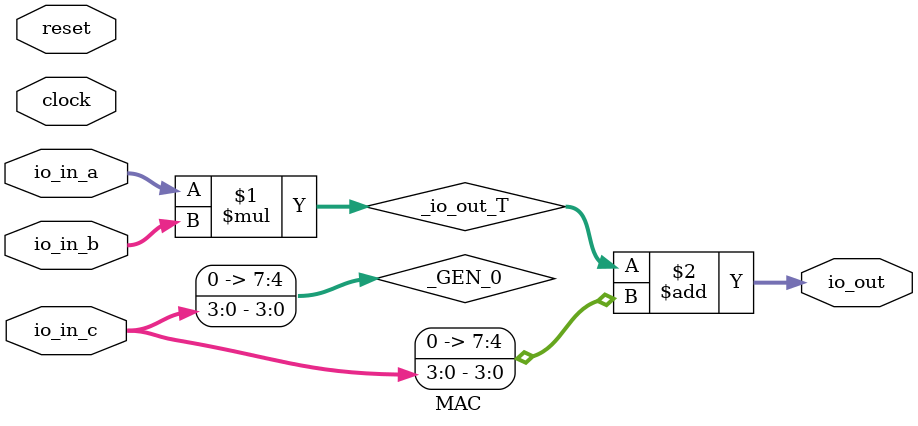
<source format=v>

module MAC(
  input        clock,
  input        reset,
  input  [3:0] io_in_a, // @[IdeaProjects/BootCamp/BC_module_example/src/main/scala/MAC.scala 5:14]
  input  [3:0] io_in_b, // @[IdeaProjects/BootCamp/BC_module_example/src/main/scala/MAC.scala 5:14]
  input  [3:0] io_in_c, // @[IdeaProjects/BootCamp/BC_module_example/src/main/scala/MAC.scala 5:14]
  output [7:0] io_out // @[IdeaProjects/BootCamp/BC_module_example/src/main/scala/MAC.scala 5:14]
);
  wire [7:0] _io_out_T = io_in_a * io_in_b; // @[IdeaProjects/BootCamp/BC_module_example/src/main/scala/MAC.scala 11:22]
  wire [7:0] _GEN_0 = {{4'd0}, io_in_c}; // @[IdeaProjects/BootCamp/BC_module_example/src/main/scala/MAC.scala 11:33]
  assign io_out = _io_out_T + _GEN_0; // @[IdeaProjects/BootCamp/BC_module_example/src/main/scala/MAC.scala 11:33]
endmodule

</source>
